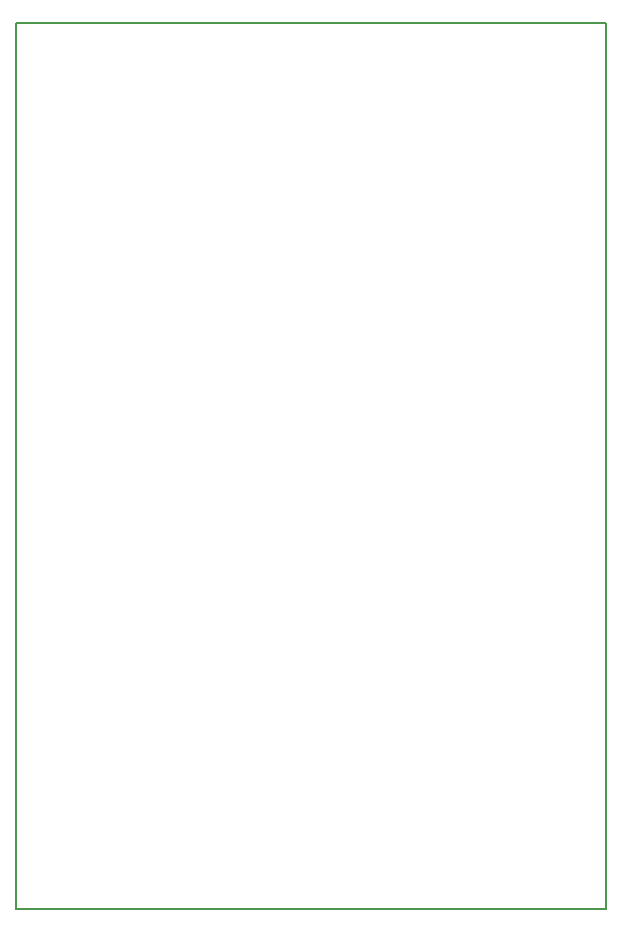
<source format=gm1>
G04 #@! TF.GenerationSoftware,KiCad,Pcbnew,(7.0.0)*
G04 #@! TF.CreationDate,2024-08-20T14:45:54-04:00*
G04 #@! TF.ProjectId,LB-MEM-03,4c422d4d-454d-42d3-9033-2e6b69636164,1*
G04 #@! TF.SameCoordinates,Original*
G04 #@! TF.FileFunction,Profile,NP*
%FSLAX46Y46*%
G04 Gerber Fmt 4.6, Leading zero omitted, Abs format (unit mm)*
G04 Created by KiCad (PCBNEW (7.0.0)) date 2024-08-20 14:45:54*
%MOMM*%
%LPD*%
G01*
G04 APERTURE LIST*
G04 #@! TA.AperFunction,Profile*
%ADD10C,0.150000*%
G04 #@! TD*
G04 APERTURE END LIST*
D10*
X132000000Y-47000000D02*
X182000000Y-47000000D01*
X182000000Y-47000000D02*
X182000000Y-122000000D01*
X182000000Y-122000000D02*
X132000000Y-122000000D01*
X132000000Y-122000000D02*
X132000000Y-47000000D01*
M02*

</source>
